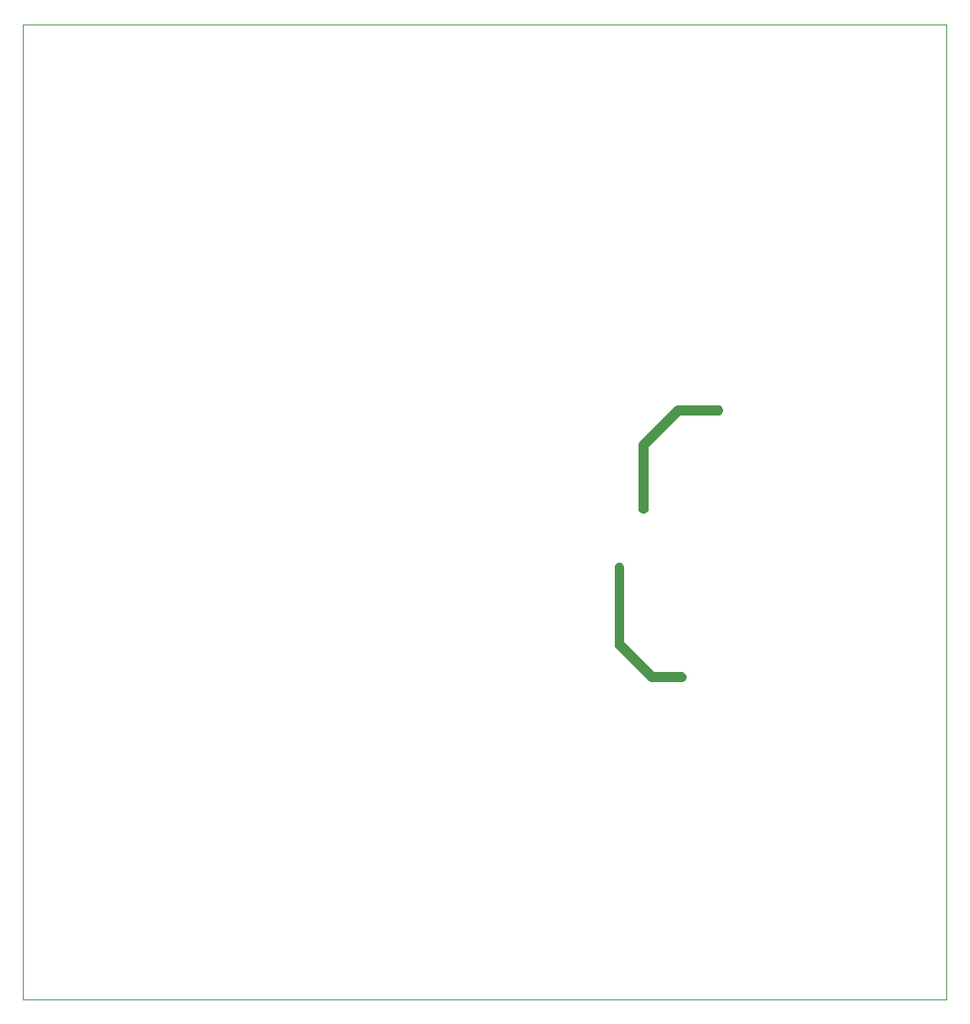
<source format=gbr>
%TF.GenerationSoftware,Altium Limited,Altium Designer,22.9.1 (49)*%
G04 Layer_Color=0*
%FSLAX45Y45*%
%MOMM*%
%TF.SameCoordinates,B7DE9D22-2107-43EB-A15B-9EDAE082944A*%
%TF.FilePolarity,Positive*%
%TF.FileFunction,Profile,NP*%
%TF.Part,Single*%
G01*
G75*
%TA.AperFunction,Profile*%
%ADD115C,0.02540*%
G36*
X5933618Y4993818D02*
X5930133Y4997302D01*
X5924657Y5005498D01*
X5920885Y5014604D01*
X5918962Y5024272D01*
Y5029200D01*
D01*
Y5791200D01*
Y5801153D01*
X5926580Y5819544D01*
X5940656Y5833620D01*
X5959047Y5841238D01*
X5978953D01*
X5997344Y5833620D01*
X6011420Y5819544D01*
X6019038Y5801153D01*
Y5791200D01*
D01*
Y5049926D01*
X6319926Y4749038D01*
X6591300D01*
X6601253D01*
X6619644Y4741420D01*
X6633720Y4727344D01*
X6641338Y4708953D01*
Y4699000D01*
Y4689047D01*
X6633720Y4670656D01*
X6619644Y4656580D01*
X6601253Y4648962D01*
X6591300D01*
D01*
X6299200D01*
X6294272D01*
X6284604Y4650885D01*
X6275498Y4654657D01*
X6267302Y4660133D01*
X6263818Y4663618D01*
X6263818Y4663618D01*
X6263843Y4663592D01*
X5933618Y4993818D01*
D02*
G37*
G36*
X6160262Y6380675D02*
Y7023100D01*
Y7028028D01*
X6162185Y7037695D01*
X6165957Y7046802D01*
X6171433Y7054997D01*
X6174918Y7058482D01*
X6174918D01*
X6174892Y7058457D01*
X6517843Y7401408D01*
X6517818Y7401382D01*
X6521302Y7404867D01*
X6529498Y7410343D01*
X6538604Y7414115D01*
X6548272Y7416038D01*
X6553200D01*
D01*
X6959600D01*
X6969553D01*
X6987944Y7408420D01*
X7002020Y7394344D01*
X7009638Y7375953D01*
Y7366000D01*
Y7356047D01*
X7002020Y7337656D01*
X6987944Y7323580D01*
X6969553Y7315962D01*
X6959600D01*
D01*
X6573926D01*
X6260338Y7002374D01*
Y6380675D01*
Y6370721D01*
X6252720Y6352330D01*
X6238644Y6338254D01*
X6220253Y6330637D01*
X6200347D01*
X6181956Y6338254D01*
X6167880Y6352330D01*
X6160262Y6370721D01*
Y6380675D01*
D01*
D02*
G37*
D115*
X0Y1473200D02*
X9245600D01*
Y11226800D01*
X0D01*
Y1473200D01*
%TF.MD5,42ba3f5f4162978a1de99e436d3078bb*%
M02*

</source>
